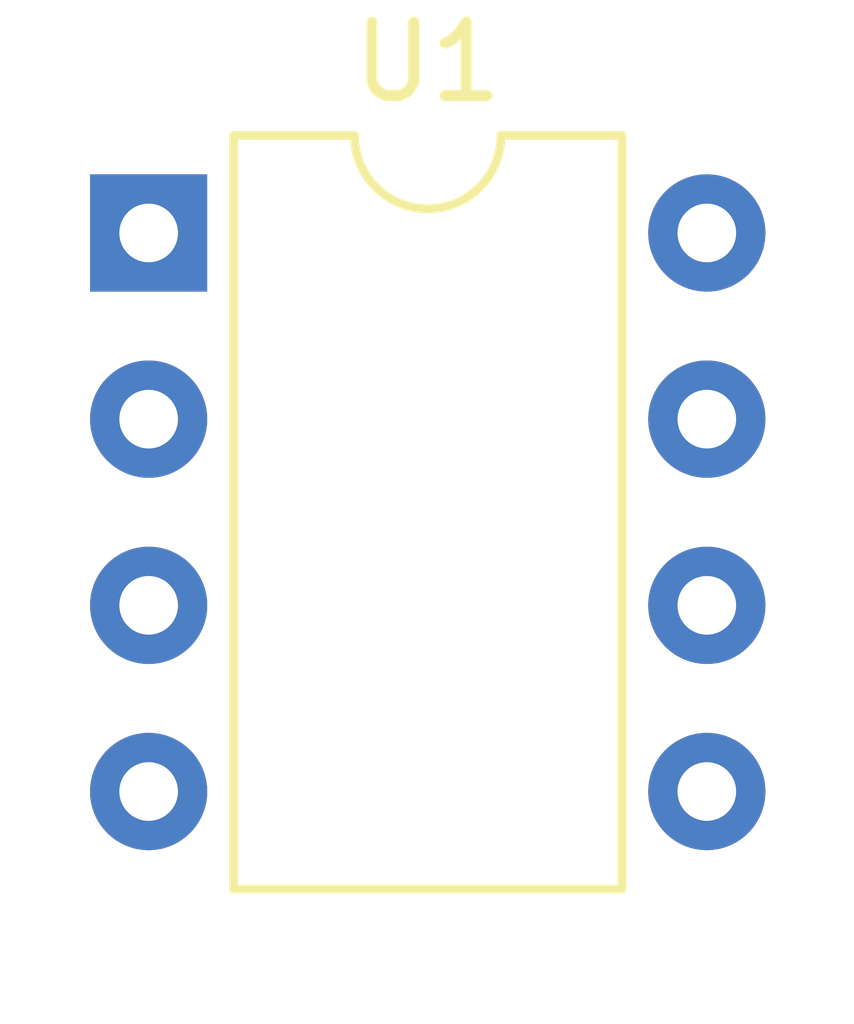
<source format=kicad_pcb>
(kicad_pcb (version 20171130) (host pcbnew 5.1.4-e60b266~84~ubuntu18.04.1)

  (general
    (thickness 1.6)
    (drawings 0)
    (tracks 0)
    (zones 0)
    (modules 1)
    (nets 8)
  )

  (page A4)
  (layers
    (0 F.Cu signal)
    (31 B.Cu signal)
    (32 B.Adhes user)
    (33 F.Adhes user)
    (34 B.Paste user)
    (35 F.Paste user)
    (36 B.SilkS user)
    (37 F.SilkS user)
    (38 B.Mask user)
    (39 F.Mask user)
    (40 Dwgs.User user)
    (41 Cmts.User user)
    (42 Eco1.User user)
    (43 Eco2.User user)
    (44 Edge.Cuts user)
    (45 Margin user)
    (46 B.CrtYd user)
    (47 F.CrtYd user)
    (48 B.Fab user)
    (49 F.Fab user)
  )

  (setup
    (last_trace_width 0.25)
    (trace_clearance 0.2)
    (zone_clearance 0.508)
    (zone_45_only no)
    (trace_min 0.2)
    (via_size 0.8)
    (via_drill 0.4)
    (via_min_size 0.4)
    (via_min_drill 0.3)
    (uvia_size 0.3)
    (uvia_drill 0.1)
    (uvias_allowed no)
    (uvia_min_size 0.2)
    (uvia_min_drill 0.1)
    (edge_width 0.05)
    (segment_width 0.2)
    (pcb_text_width 0.3)
    (pcb_text_size 1.5 1.5)
    (mod_edge_width 0.12)
    (mod_text_size 1 1)
    (mod_text_width 0.15)
    (pad_size 1.524 1.524)
    (pad_drill 0.762)
    (pad_to_mask_clearance 0.051)
    (solder_mask_min_width 0.25)
    (aux_axis_origin 0 0)
    (visible_elements FFFFFF7F)
    (pcbplotparams
      (layerselection 0x010fc_ffffffff)
      (usegerberextensions false)
      (usegerberattributes false)
      (usegerberadvancedattributes false)
      (creategerberjobfile false)
      (excludeedgelayer true)
      (linewidth 0.100000)
      (plotframeref false)
      (viasonmask false)
      (mode 1)
      (useauxorigin false)
      (hpglpennumber 1)
      (hpglpenspeed 20)
      (hpglpendiameter 15.000000)
      (psnegative false)
      (psa4output false)
      (plotreference true)
      (plotvalue true)
      (plotinvisibletext false)
      (padsonsilk false)
      (subtractmaskfromsilk false)
      (outputformat 1)
      (mirror false)
      (drillshape 1)
      (scaleselection 1)
      (outputdirectory ""))
  )

  (net 0 "")
  (net 1 /VCC)
  (net 2 /GND)
  (net 3 /CLK)
  (net 4 "Net-(U1-Pad6)")
  (net 5 /DAT)
  (net 6 /DATA)
  (net 7 "Net-(U1-Pad1)")

  (net_class Default "This is the default net class."
    (clearance 0.2)
    (trace_width 0.25)
    (via_dia 0.8)
    (via_drill 0.4)
    (uvia_dia 0.3)
    (uvia_drill 0.1)
    (add_net /CLK)
    (add_net /DAT)
    (add_net /DATA)
    (add_net /GND)
    (add_net /VCC)
    (add_net "Net-(U1-Pad1)")
    (add_net "Net-(U1-Pad6)")
  )

  (module Package_DIP:DIP-8_W7.62mm (layer F.Cu) (tedit 5A02E8C5) (tstamp 5D784C6D)
    (at 289.415001 -20.014999)
    (descr "8-lead though-hole mounted DIP package, row spacing 7.62 mm (300 mils)")
    (tags "THT DIP DIL PDIP 2.54mm 7.62mm 300mil")
    (path /5D673927)
    (fp_text reference U1 (at 3.81 -2.33) (layer F.SilkS)
      (effects (font (size 1 1) (thickness 0.15)))
    )
    (fp_text value ATtiny85-20PU (at 3.81 9.95) (layer F.Fab)
      (effects (font (size 1 1) (thickness 0.15)))
    )
    (fp_text user %R (at 3.81 3.81) (layer F.Fab)
      (effects (font (size 1 1) (thickness 0.15)))
    )
    (fp_line (start 8.7 -1.55) (end -1.1 -1.55) (layer F.CrtYd) (width 0.05))
    (fp_line (start 8.7 9.15) (end 8.7 -1.55) (layer F.CrtYd) (width 0.05))
    (fp_line (start -1.1 9.15) (end 8.7 9.15) (layer F.CrtYd) (width 0.05))
    (fp_line (start -1.1 -1.55) (end -1.1 9.15) (layer F.CrtYd) (width 0.05))
    (fp_line (start 6.46 -1.33) (end 4.81 -1.33) (layer F.SilkS) (width 0.12))
    (fp_line (start 6.46 8.95) (end 6.46 -1.33) (layer F.SilkS) (width 0.12))
    (fp_line (start 1.16 8.95) (end 6.46 8.95) (layer F.SilkS) (width 0.12))
    (fp_line (start 1.16 -1.33) (end 1.16 8.95) (layer F.SilkS) (width 0.12))
    (fp_line (start 2.81 -1.33) (end 1.16 -1.33) (layer F.SilkS) (width 0.12))
    (fp_line (start 0.635 -0.27) (end 1.635 -1.27) (layer F.Fab) (width 0.1))
    (fp_line (start 0.635 8.89) (end 0.635 -0.27) (layer F.Fab) (width 0.1))
    (fp_line (start 6.985 8.89) (end 0.635 8.89) (layer F.Fab) (width 0.1))
    (fp_line (start 6.985 -1.27) (end 6.985 8.89) (layer F.Fab) (width 0.1))
    (fp_line (start 1.635 -1.27) (end 6.985 -1.27) (layer F.Fab) (width 0.1))
    (fp_arc (start 3.81 -1.33) (end 2.81 -1.33) (angle -180) (layer F.SilkS) (width 0.12))
    (pad 8 thru_hole oval (at 7.62 0) (size 1.6 1.6) (drill 0.8) (layers *.Cu *.Mask)
      (net 1 /VCC))
    (pad 4 thru_hole oval (at 0 7.62) (size 1.6 1.6) (drill 0.8) (layers *.Cu *.Mask)
      (net 2 /GND))
    (pad 7 thru_hole oval (at 7.62 2.54) (size 1.6 1.6) (drill 0.8) (layers *.Cu *.Mask)
      (net 3 /CLK))
    (pad 3 thru_hole oval (at 0 5.08) (size 1.6 1.6) (drill 0.8) (layers *.Cu *.Mask)
      (net 3 /CLK))
    (pad 6 thru_hole oval (at 7.62 5.08) (size 1.6 1.6) (drill 0.8) (layers *.Cu *.Mask)
      (net 4 "Net-(U1-Pad6)"))
    (pad 2 thru_hole oval (at 0 2.54) (size 1.6 1.6) (drill 0.8) (layers *.Cu *.Mask)
      (net 5 /DAT))
    (pad 5 thru_hole oval (at 7.62 7.62) (size 1.6 1.6) (drill 0.8) (layers *.Cu *.Mask)
      (net 6 /DATA))
    (pad 1 thru_hole rect (at 0 0) (size 1.6 1.6) (drill 0.8) (layers *.Cu *.Mask)
      (net 7 "Net-(U1-Pad1)"))
    (model ${KISYS3DMOD}/Package_DIP.3dshapes/DIP-8_W7.62mm.wrl
      (at (xyz 0 0 0))
      (scale (xyz 1 1 1))
      (rotate (xyz 0 0 0))
    )
  )

)

</source>
